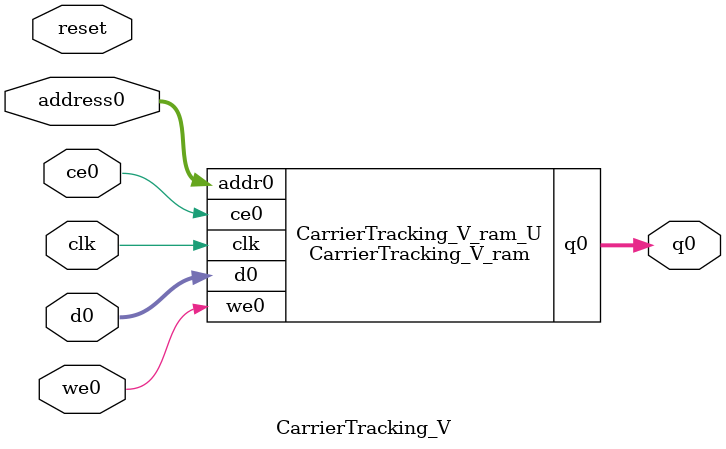
<source format=v>
`timescale 1 ns / 1 ps
module CarrierTracking_V_ram (addr0, ce0, d0, we0, q0,  clk);

parameter DWIDTH = 32;
parameter AWIDTH = 15;
parameter MEM_SIZE = 20000;

input[AWIDTH-1:0] addr0;
input ce0;
input[DWIDTH-1:0] d0;
input we0;
output reg[DWIDTH-1:0] q0;
input clk;

(* ram_style = "block" *)reg [DWIDTH-1:0] ram[0:MEM_SIZE-1];




always @(posedge clk)  
begin 
    if (ce0) begin
        if (we0) 
            ram[addr0] <= d0; 
        q0 <= ram[addr0];
    end
end


endmodule

`timescale 1 ns / 1 ps
module CarrierTracking_V(
    reset,
    clk,
    address0,
    ce0,
    we0,
    d0,
    q0);

parameter DataWidth = 32'd32;
parameter AddressRange = 32'd20000;
parameter AddressWidth = 32'd15;
input reset;
input clk;
input[AddressWidth - 1:0] address0;
input ce0;
input we0;
input[DataWidth - 1:0] d0;
output[DataWidth - 1:0] q0;



CarrierTracking_V_ram CarrierTracking_V_ram_U(
    .clk( clk ),
    .addr0( address0 ),
    .ce0( ce0 ),
    .we0( we0 ),
    .d0( d0 ),
    .q0( q0 ));

endmodule


</source>
